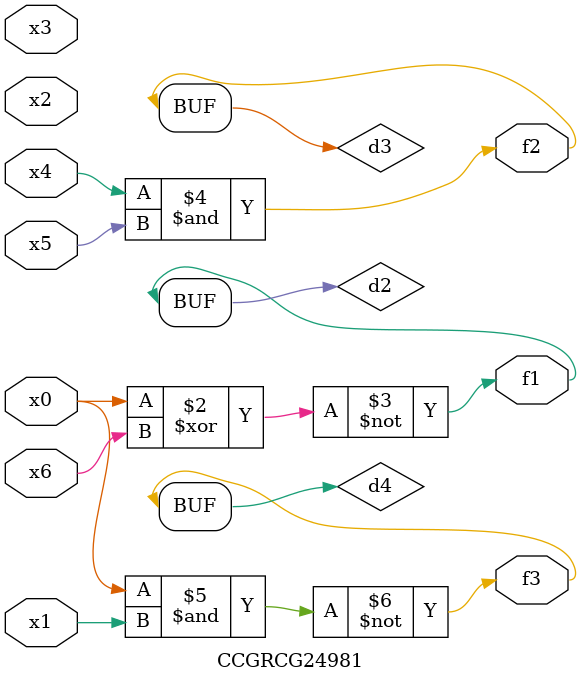
<source format=v>
module CCGRCG24981(
	input x0, x1, x2, x3, x4, x5, x6,
	output f1, f2, f3
);

	wire d1, d2, d3, d4;

	nor (d1, x0);
	xnor (d2, x0, x6);
	and (d3, x4, x5);
	nand (d4, x0, x1);
	assign f1 = d2;
	assign f2 = d3;
	assign f3 = d4;
endmodule

</source>
